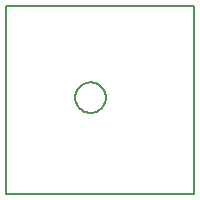
<source format=gbo>
G75*
G70*
%OFA0B0*%
%FSLAX24Y24*%
%IPPOS*%
%LPD*%
%AMOC8*
5,1,8,0,0,1.08239X$1,22.5*
%
%ADD10C,0.0050*%
D10*
X004086Y012218D02*
X010385Y012218D01*
X010385Y018517D01*
X004086Y018517D01*
X004086Y012218D01*
X006408Y015446D02*
X006410Y015491D01*
X006416Y015535D01*
X006425Y015579D01*
X006439Y015621D01*
X006456Y015662D01*
X006477Y015702D01*
X006501Y015740D01*
X006528Y015775D01*
X006558Y015808D01*
X006591Y015838D01*
X006626Y015865D01*
X006664Y015889D01*
X006704Y015910D01*
X006745Y015927D01*
X006787Y015941D01*
X006831Y015950D01*
X006875Y015956D01*
X006920Y015958D01*
X006965Y015956D01*
X007009Y015950D01*
X007053Y015941D01*
X007095Y015927D01*
X007136Y015910D01*
X007176Y015889D01*
X007214Y015865D01*
X007249Y015838D01*
X007282Y015808D01*
X007312Y015775D01*
X007339Y015740D01*
X007363Y015702D01*
X007384Y015662D01*
X007401Y015621D01*
X007415Y015579D01*
X007424Y015535D01*
X007430Y015491D01*
X007432Y015446D01*
X007430Y015401D01*
X007424Y015357D01*
X007415Y015313D01*
X007401Y015271D01*
X007384Y015230D01*
X007363Y015190D01*
X007339Y015152D01*
X007312Y015117D01*
X007282Y015084D01*
X007249Y015054D01*
X007214Y015027D01*
X007176Y015003D01*
X007136Y014982D01*
X007095Y014965D01*
X007053Y014951D01*
X007009Y014942D01*
X006965Y014936D01*
X006920Y014934D01*
X006875Y014936D01*
X006831Y014942D01*
X006787Y014951D01*
X006745Y014965D01*
X006704Y014982D01*
X006664Y015003D01*
X006626Y015027D01*
X006591Y015054D01*
X006558Y015084D01*
X006528Y015117D01*
X006501Y015152D01*
X006477Y015190D01*
X006456Y015230D01*
X006439Y015271D01*
X006425Y015313D01*
X006416Y015357D01*
X006410Y015401D01*
X006408Y015446D01*
M02*

</source>
